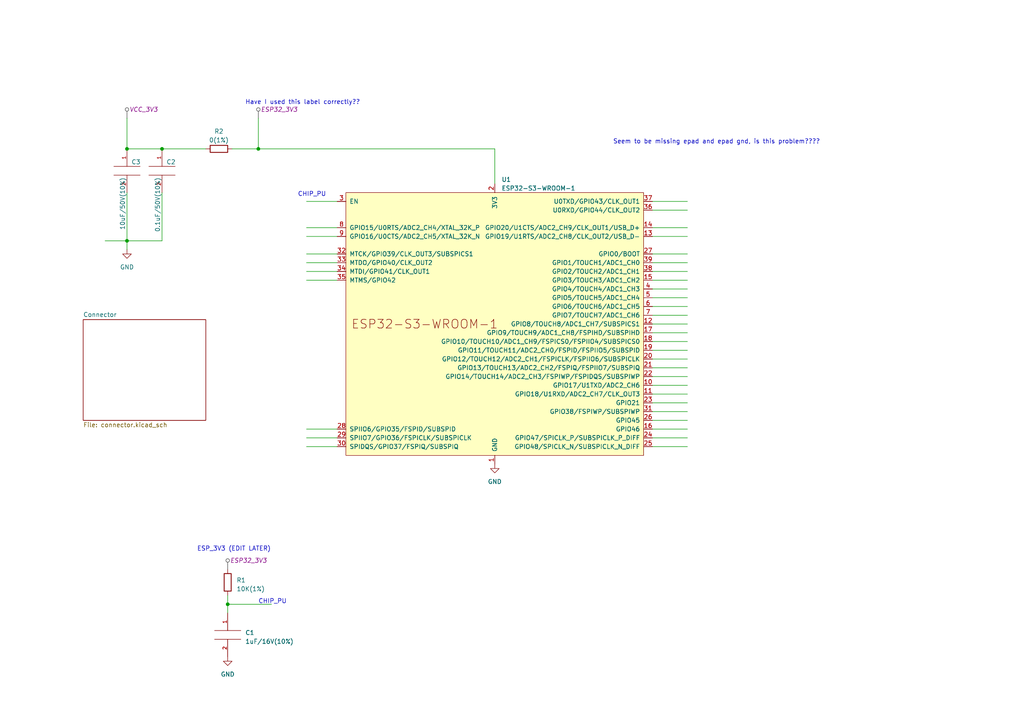
<source format=kicad_sch>
(kicad_sch (version 20230121) (generator eeschema)
  (paper "A4")
  (lib_symbols
    (symbol "Device:R" (pin_numbers hide) (pin_names (offset 0))
      (property "Reference" "R" (at 2.032 0 90))
      (property "Value" "R" (at 0 0 90))
      (symbol "R_0_1"
        (rectangle (start -1.016 -2.54) (end 1.016 2.54) (stroke (width 0.254)))
      )
      (symbol "R_1_1"
        (pin passive line (at 0 3.81 270) (length 1.27) (name "~") (number "1"))
        (pin passive line (at 0 -3.81 90) (length 1.27) (name "~") (number "2"))
      )
    )
    (symbol "Espressif:ESP32-S3-WROOM-1" (pin_names (offset 1.016))
      (property "Reference" "U" (at -43.18 43.18 0))
      (property "Value" "ESP32-S3-WROOM-1" (at -43.18 40.64 0))
      (symbol "ESP32-S3-WROOM-1_0_0"
        (text "ESP32-S3-WROOM-1" (at -20.32 0 0) (effects (font (size 2.54 2.54))))
        (pin power_in line (at 0 -40.64 90) (length 2.54) (name "GND") (number "1"))
        (pin bidirectional line (at 45.72 -17.78 180) (length 2.54) (name "GPIO17/U1TXD/ADC2_CH6") (number "10"))
        (pin bidirectional line (at 45.72 -20.32 180) (length 2.54) (name "GPIO18/U1RXD/ADC2_CH7/CLK_OUT3") (number "11"))
        (pin bidirectional line (at 45.72 0 180) (length 2.54) (name "GPIO8/TOUCH8/ADC1_CH7/SUBSPICS1") (number "12"))
        (pin bidirectional line (at 45.72 25.4 180) (length 2.54) (name "GPIO19/U1RTS/ADC2_CH8/CLK_OUT2/USB_D-") (number "13"))
        (pin bidirectional line (at 45.72 27.94 180) (length 2.54) (name "GPIO20/U1CTS/ADC2_CH9/CLK_OUT1/USB_D+") (number "14"))
        (pin bidirectional line (at 45.72 12.7 180) (length 2.54) (name "GPIO3/TOUCH3/ADC1_CH2") (number "15"))
        (pin bidirectional line (at 45.72 -30.48 180) (length 2.54) (name "GPIO46") (number "16"))
        (pin bidirectional line (at 45.72 -2.54 180) (length 2.54) (name "GPIO9/TOUCH9/ADC1_CH8/FSPIHD/SUBSPIHD") (number "17"))
        (pin bidirectional line (at 45.72 -5.08 180) (length 2.54) (name "GPIO10/TOUCH10/ADC1_CH9/FSPICS0/FSPIIO4/SUBSPICS0") (number "18"))
        (pin bidirectional line (at 45.72 -7.62 180) (length 2.54) (name "GPIO11/TOUCH11/ADC2_CH0/FSPID/FSPIIO5/SUBSPID") (number "19"))
        (pin power_in line (at 0 40.64 270) (length 2.54) (name "3V3") (number "2"))
        (pin bidirectional line (at 45.72 -10.16 180) (length 2.54) (name "GPIO12/TOUCH12/ADC2_CH1/FSPICLK/FSPIIO6/SUBSPICLK") (number "20"))
        (pin bidirectional line (at 45.72 -12.7 180) (length 2.54) (name "GPIO13/TOUCH13/ADC2_CH2/FSPIQ/FSPIIO7/SUBSPIQ") (number "21"))
        (pin bidirectional line (at 45.72 -15.24 180) (length 2.54) (name "GPIO14/TOUCH14/ADC2_CH3/FSPIWP/FSPIDQS/SUBSPIWP") (number "22"))
        (pin bidirectional line (at 45.72 -22.86 180) (length 2.54) (name "GPIO21") (number "23"))
        (pin bidirectional line (at 45.72 -33.02 180) (length 2.54) (name "GPIO47/SPICLK_P/SUBSPICLK_P_DIFF") (number "24"))
        (pin bidirectional line (at 45.72 -35.56 180) (length 2.54) (name "GPIO48/SPICLK_N/SUBSPICLK_N_DIFF") (number "25"))
        (pin bidirectional line (at 45.72 -27.94 180) (length 2.54) (name "GPIO45") (number "26"))
        (pin bidirectional line (at 45.72 20.32 180) (length 2.54) (name "GPIO0/BOOT") (number "27"))
        (pin bidirectional line (at -45.72 -30.48 0) (length 2.54) (name "SPIIO6/GPIO35/FSPID/SUBSPID") (number "28"))
        (pin bidirectional line (at -45.72 -33.02 0) (length 2.54) (name "SPIIO7/GPIO36/FSPICLK/SUBSPICLK") (number "29"))
        (pin input line (at -45.72 35.56 0) (length 2.54) (name "EN") (number "3"))
        (pin bidirectional line (at -45.72 -35.56 0) (length 2.54) (name "SPIDQS/GPIO37/FSPIQ/SUBSPIQ") (number "30"))
        (pin bidirectional line (at 45.72 -25.4 180) (length 2.54) (name "GPIO38/FSPIWP/SUBSPIWP") (number "31"))
        (pin bidirectional line (at -45.72 20.32 0) (length 2.54) (name "MTCK/GPIO39/CLK_OUT3/SUBSPICS1") (number "32"))
        (pin bidirectional line (at -45.72 17.78 0) (length 2.54) (name "MTDO/GPIO40/CLK_OUT2") (number "33"))
        (pin bidirectional line (at -45.72 15.24 0) (length 2.54) (name "MTDI/GPIO41/CLK_OUT1") (number "34"))
        (pin bidirectional line (at -45.72 12.7 0) (length 2.54) (name "MTMS/GPIO42") (number "35"))
        (pin bidirectional line (at 45.72 33.02 180) (length 2.54) (name "U0RXD/GPIO44/CLK_OUT2") (number "36"))
        (pin bidirectional line (at 45.72 35.56 180) (length 2.54) (name "U0TXD/GPIO43/CLK_OUT1") (number "37"))
        (pin bidirectional line (at 45.72 15.24 180) (length 2.54) (name "GPIO2/TOUCH2/ADC1_CH1") (number "38"))
        (pin bidirectional line (at 45.72 17.78 180) (length 2.54) (name "GPIO1/TOUCH1/ADC1_CH0") (number "39"))
        (pin bidirectional line (at 45.72 10.16 180) (length 2.54) (name "GPIO4/TOUCH4/ADC1_CH3") (number "4"))
        (pin passive line (at 0 -40.64 90) (length 2.54) hide (name "GND") (number "40"))
        (pin passive line (at 0 -40.64 90) (length 2.54) hide (name "GND") (number "41"))
        (pin bidirectional line (at 45.72 7.62 180) (length 2.54) (name "GPIO5/TOUCH5/ADC1_CH4") (number "5"))
        (pin bidirectional line (at 45.72 5.08 180) (length 2.54) (name "GPIO6/TOUCH6/ADC1_CH5") (number "6"))
        (pin bidirectional line (at 45.72 2.54 180) (length 2.54) (name "GPIO7/TOUCH7/ADC1_CH6") (number "7"))
        (pin bidirectional line (at -45.72 27.94 0) (length 2.54) (name "GPIO15/U0RTS/ADC2_CH4/XTAL_32K_P") (number "8"))
        (pin bidirectional line (at -45.72 25.4 0) (length 2.54) (name "GPIO16/U0CTS/ADC2_CH5/XTAL_32K_N") (number "9"))
      )
      (symbol "ESP32-S3-WROOM-1_0_1"
        (rectangle (start -43.18 38.1) (end 43.18 -38.1) (fill (type background)))
      )
    )
    (symbol "power:GND" (power) (pin_names (offset 0))
      (property "Value" "GND" (at 0 -3.81 0))
      (symbol "GND_0_1"
        (polyline (pts (xy 0 0) (xy 0 -1.27) (xy 1.27 -1.27) (xy 0 -2.54) (xy -1.27 -1.27) (xy 0 -1.27)))
      )
      (symbol "GND_1_1"
        (pin power_in line (at 0 0 270) (length 0) hide (name "GND") (number "1"))
      )
    )
    (symbol "pspice:C" (pin_names (offset 0.254))
      (property "Reference" "C" (at 2.54 3.81 90))
      (property "Value" "C" (at 2.54 -3.81 90))
      (symbol "C_0_1"
        (polyline (pts (xy -3.81 -1.27) (xy 3.81 -1.27)))
        (polyline (pts (xy -3.81 1.27) (xy 3.81 1.27)))
      )
      (symbol "C_1_1"
        (pin passive line (at 0 6.35 270) (length 5.08) (name "~") (number "1"))
        (pin passive line (at 0 -6.35 90) (length 5.08) (name "~") (number "2"))
      )
    )
  )
  (junction (at 36.83 43.18))
  (junction (at 36.83 69.85))
  (junction (at 46.99 43.18))
  (junction (at 66.04 175.26))
  (junction (at 74.93 43.18))
  (wire (pts (xy 189.23 91.44) (xy 199.39 91.44)))
  (wire (pts (xy 74.93 34.29) (xy 74.93 43.18)))
  (wire (pts (xy 66.04 175.26) (xy 66.04 177.8)))
  (wire (pts (xy 36.83 43.18) (xy 46.99 43.18)))
  (wire (pts (xy 88.9 129.54) (xy 97.79 129.54)))
  (wire (pts (xy 30.48 69.85) (xy 36.83 69.85)))
  (wire (pts (xy 88.9 81.28) (xy 97.79 81.28)))
  (wire (pts (xy 88.9 68.58) (xy 97.79 68.58)))
  (wire (pts (xy 36.83 69.85) (xy 46.99 69.85)))
  (wire (pts (xy 189.23 129.54) (xy 199.39 129.54)))
  (wire (pts (xy 189.23 119.38) (xy 199.39 119.38)))
  (wire (pts (xy 189.23 99.06) (xy 199.39 99.06)))
  (wire (pts (xy 189.23 93.98) (xy 199.39 93.98)))
  (wire (pts (xy 189.23 106.68) (xy 199.39 106.68)))
  (wire (pts (xy 88.9 78.74) (xy 97.79 78.74)))
  (wire (pts (xy 143.51 43.18) (xy 143.51 53.34)))
  (wire (pts (xy 88.9 66.04) (xy 97.79 66.04)))
  (wire (pts (xy 46.99 43.18) (xy 59.69 43.18)))
  (wire (pts (xy 36.83 69.85) (xy 36.83 72.39)))
  (wire (pts (xy 189.23 114.3) (xy 199.39 114.3)))
  (wire (pts (xy 189.23 78.74) (xy 199.39 78.74)))
  (wire (pts (xy 189.23 116.84) (xy 199.39 116.84)))
  (wire (pts (xy 189.23 88.9) (xy 199.39 88.9)))
  (wire (pts (xy 67.31 43.18) (xy 74.93 43.18)))
  (wire (pts (xy 36.83 34.29) (xy 36.83 43.18)))
  (wire (pts (xy 189.23 66.04) (xy 199.39 66.04)))
  (wire (pts (xy 189.23 124.46) (xy 199.39 124.46)))
  (wire (pts (xy 36.83 55.88) (xy 36.83 69.85)))
  (wire (pts (xy 189.23 111.76) (xy 199.39 111.76)))
  (wire (pts (xy 66.04 172.72) (xy 66.04 175.26)))
  (wire (pts (xy 46.99 55.88) (xy 46.99 69.85)))
  (wire (pts (xy 189.23 104.14) (xy 199.39 104.14)))
  (wire (pts (xy 189.23 60.96) (xy 199.39 60.96)))
  (wire (pts (xy 88.9 127) (xy 97.79 127)))
  (wire (pts (xy 66.04 175.26) (xy 78.74 175.26)))
  (wire (pts (xy 189.23 109.22) (xy 199.39 109.22)))
  (wire (pts (xy 189.23 101.6) (xy 199.39 101.6)))
  (wire (pts (xy 74.93 43.18) (xy 143.51 43.18)))
  (wire (pts (xy 189.23 86.36) (xy 199.39 86.36)))
  (wire (pts (xy 189.23 73.66) (xy 199.39 73.66)))
  (wire (pts (xy 88.9 58.42) (xy 97.79 58.42)))
  (wire (pts (xy 189.23 83.82) (xy 199.39 83.82)))
  (wire (pts (xy 189.23 81.28) (xy 199.39 81.28)))
  (wire (pts (xy 189.23 76.2) (xy 199.39 76.2)))
  (wire (pts (xy 88.9 73.66) (xy 97.79 73.66)))
  (wire (pts (xy 189.23 96.52) (xy 199.39 96.52)))
  (wire (pts (xy 88.9 124.46) (xy 97.79 124.46)))
  (wire (pts (xy 189.23 58.42) (xy 199.39 58.42)))
  (wire (pts (xy 189.23 127) (xy 199.39 127)))
  (wire (pts (xy 189.23 121.92) (xy 199.39 121.92)))
  (wire (pts (xy 189.23 68.58) (xy 199.39 68.58)))
  (wire (pts (xy 88.9 76.2) (xy 97.79 76.2)))
  (text "Seem to be missing epad and epad gnd, is this problem????\n" (at 177.8 41.91 0) (effects (font (size 1.27 1.27)) (justify left bottom)))
  (text "Have I used this label correctly??" (at 71.12 30.48 0) (effects (font (size 1.27 1.27)) (justify left bottom)))
  (text "ESP_3V3 (EDIT LATER)" (at 57.15 160.02 0) (effects (font (size 1.27 1.27)) (justify left bottom)))
  (text "CHIP_PU" (at 74.93 175.26 0) (effects (font (size 1.27 1.27)) (justify left bottom)))
  (text "CHIP_PU" (at 86.36 57.15 0) (effects (font (size 1.27 1.27)) (justify left bottom)))
  (netclass_flag "" (length 2.54) (shape round) (at 66.04 165.1 0) (property "Netclass" "ESP32_3V3" (at 66.7385 162.56 0) (effects (font italic) (justify left))))
  (netclass_flag "" (length 2.54) (shape round) (at 36.83 34.29 0) (property "Netclass" "VCC_3V3" (at 37.5285 31.75 0) (effects (font italic) (justify left))))
  (netclass_flag "" (length 2.54) (shape round) (at 74.93 34.29 0) (property "Netclass" "ESP32_3V3" (at 75.6285 31.75 0) (effects (font italic) (justify left))))
  (symbol (lib_id "Device:R") (at 66.04 168.91 0) (unit 1)
    (property "Reference" "R1" (at 68.58 168.275 0) (effects (justify left)))
    (property "Value" "10K(1%)" (at 68.58 170.815 0) (effects (justify left)))
  )
  (symbol (lib_id "pspice:C") (at 46.99 49.53 0) (unit 1)
    (property "Reference" "C2" (at 48.26 46.99 0) (effects (justify left)))
    (property "Value" "0.1uF/50V(10%)" (at 45.72 67.31 90) (effects (justify left)))
  )
  (symbol (lib_id "Device:R") (at 63.5 43.18 90) (unit 1)
    (property "Reference" "R2" (at 63.5 38.1 90))
    (property "Value" "0(1%)" (at 63.5 40.64 90))
  )
  (symbol (lib_id "power:GND") (at 143.51 134.62 0) (unit 1)
    (property "Reference" "#PWR01" (effects hide))
    (property "Value" "GND" (at 143.51 139.7 0))
  )
  (symbol (lib_id "pspice:C") (at 36.83 49.53 0) (unit 1)
    (property "Reference" "C3" (at 38.1 46.99 0) (effects (justify left)))
    (property "Value" "10uF/50V(10%)" (at 35.56 51.435 90) (effects (justify right)))
  )
  (symbol (lib_id "power:GND") (at 66.04 190.5 0) (unit 1)
    (property "Reference" "#PWR02" (effects hide))
    (property "Value" "GND" (at 66.04 195.58 0))
  )
  (symbol (lib_id "Espressif:ESP32-S3-WROOM-1") (at 143.51 93.98 0) (unit 1)
    (property "Reference" "U1" (at 145.4659 52.07 0) (effects (justify left)))
    (property "Value" "ESP32-S3-WROOM-1" (at 145.4659 54.61 0) (effects (justify left)))
    (property "Footprint" "Espressif:ESP32-S3-WROOM-1" (effects hide))
    (property "Datasheet" "https://www.espressif.com/sites/default/files/documentation/esp32-s3-wroom-1_wroom-1u_datasheet_en.pdf" (effects hide))
  )
  (symbol (lib_id "pspice:C") (at 66.04 184.15 0) (unit 1)
    (property "Reference" "C1" (at 71.12 183.515 0) (effects (justify left)))
    (property "Value" "1uF/16V(10%)" (at 71.12 186.055 0) (effects (justify left)))
  )
  (symbol (lib_id "power:GND") (at 36.83 72.39 0) (unit 1)
    (property "Reference" "#PWR03" (effects hide))
    (property "Value" "GND" (at 36.83 77.47 0))
  )
  (sheet (at 24.13 92.71) (size 35.56 29.21) (stroke (width 0.1524))
    (property "Sheetname" "Connector" (at 24.13 91.9984 0) (effects (justify left bottom)))
    (property "Sheetfile" "connector.kicad_sch" (at 24.13 122.5046 0) (effects (justify left top)))
  )
)
</source>
